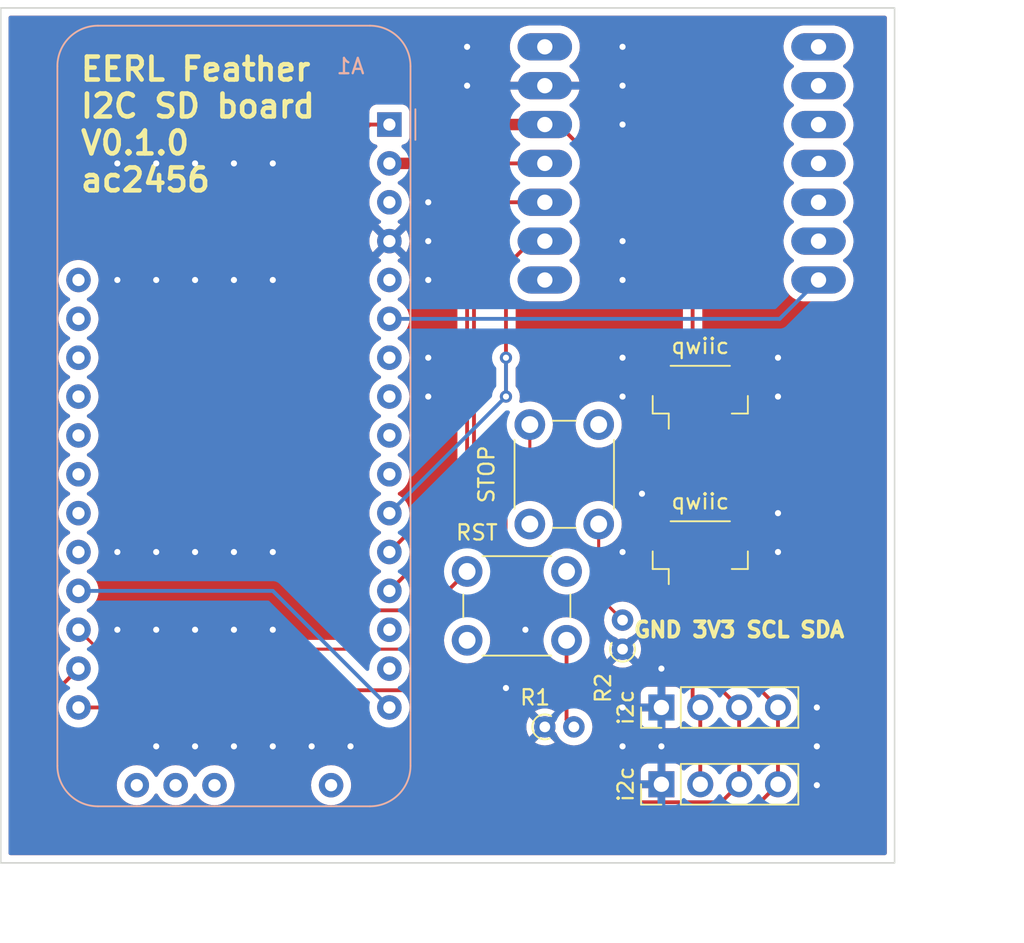
<source format=kicad_pcb>
(kicad_pcb (version 20211014) (generator pcbnew)
  (layers (0 "F.Cu" signal) (31 "B.Cu" signal) (34 "B.Paste" user) (35 "F.Paste" user) (36 "B.SilkS" user "B.Silkscreen") (37 "F.SilkS" user "F.Silkscreen") (38 "B.Mask" user) (39 "F.Mask" user) (44 "Edge.Cuts" user))
  (net 0 "")
  (net 1 "VDD5v")
  (net 2 "/VDD3v")
  (net 4 "/VSS")
  (net 6 "/CS")
  (net 11 "/SCK")
  (net 12 "/COPI")
  (net 13 "/CIPO")
  (net 16 "/jp6_1")
  (net 17 "/SDA")
  (net 18 "/SCL")
  (net 31 "RST")
  (net 32 "stop_button")
  (footprint "" (layer "F.Cu") (at 165.20795 68.58)
    (fp_text reference "" (at 0 0) (layer "F.SilkS") (effects (font (size 1.27 1.27))))
    (fp_text value "" (at 0 0) (layer "F.SilkS") (effects (font (size 1.27 1.27))))
    (pad "2C" thru_hole oval (at 0 0 180) (size 3.556 1.778) (drill 1) (layers F&B.Cu *.Mask))
  )
  (footprint "" (layer "F.Cu") (at 165.20795 76.2)
    (fp_text reference "" (at 0 0) (layer "F.SilkS") (effects (font (size 1.27 1.27))))
    (fp_text value "" (at 0 0) (layer "F.SilkS") (effects (font (size 1.27 1.27))))
    (pad "5C" thru_hole oval (at 0 0 180) (size 3.556 1.778) (drill 1) (layers F&B.Cu *.Mask))
  )
  (footprint "" (layer "F.Cu") (at 147.32 68.58)
    (fp_text reference "" (at 0 0) (layer "F.SilkS") (effects (font (size 1.27 1.27))))
    (fp_text value "" (at 0 0) (layer "F.SilkS") (effects (font (size 1.27 1.27))))
    (pad "6C" thru_hole oval (at 0 0) (size 3.556 1.778) (drill 1) (layers *.Cu *.Mask) (net 4 "/VSS"))
  )
  (footprint "" (layer "F.Cu") (at 165.20795 73.66)
    (fp_text reference "" (at 0 0) (layer "F.SilkS") (effects (font (size 1.27 1.27))))
    (fp_text value "" (at 0 0) (layer "F.SilkS") (effects (font (size 1.27 1.27))))
    (pad "4C" thru_hole oval (at 0 0 180) (size 3.556 1.778) (drill 1) (layers F&B.Cu *.Mask))
  )
  (footprint "" (layer "F.Cu") (at 147.32 73.66)
    (fp_text reference "" (at 0 0) (layer "F.SilkS") (effects (font (size 1.27 1.27))))
    (fp_text value "" (at 0 0) (layer "F.SilkS") (effects (font (size 1.27 1.27))))
    (pad "4C" thru_hole oval (at 0 0) (size 3.556 1.778) (drill 1) (layers *.Cu *.Mask) (net 12 "/COPI"))
  )
  (footprint "" (layer "F.Cu") (at 165.20795 81.28)
    (fp_text reference "" (at 0 0) (layer "F.SilkS") (effects (font (size 1.27 1.27))))
    (fp_text value "" (at 0 0) (layer "F.SilkS") (effects (font (size 1.27 1.27))))
    (pad "7C" thru_hole oval (at 0 0 180) (size 3.556 1.778) (drill 1) (layers *.Cu *.Mask) (net 6 "/CS"))
  )
  (footprint "" (layer "F.Cu") (at 147.32 71.12)
    (fp_text reference "" (at 0 0) (layer "F.SilkS") (effects (font (size 1.27 1.27))))
    (fp_text value "" (at 0 0) (layer "F.SilkS") (effects (font (size 1.27 1.27))))
    (pad "5C" thru_hole oval (at 0 0) (size 3.556 1.778) (drill 1) (layers *.Cu *.Mask) (net 2 "/VDD3v"))
  )
  (footprint "Connector_JST:JST_SH_BM04B-SRSS-TB_1x04-1MP_P1.00mm_Vertical" (layer "F.Cu") (at 157.48 99.06)
    (fp_text reference "qwiic" (at 0 -3.3) (layer "F.SilkS"))
    (fp_text value "JST_SH_BM04B-SRSS-TB_1x04-1MP_P1.00mm_Vertical")
    (fp_line (start -3.11 -0.04) (end -3.11 1.11) (layer "F.SilkS") (width 0.12))
    (fp_line (start 3.11 1.11) (end 2.06 1.11) (layer "F.SilkS") (width 0.12))
    (fp_line (start -1.94 -2.01) (end 1.94 -2.01) (layer "F.SilkS") (width 0.12))
    (fp_line (start 3.11 -0.04) (end 3.11 1.11) (layer "F.SilkS") (width 0.12))
    (fp_line (start -2.06 1.11) (end -2.06 2.1) (layer "F.SilkS") (width 0.12))
    (fp_line (start -3.11 1.11) (end -2.06 1.11) (layer "F.SilkS") (width 0.12))
    (pad "1" smd roundrect (at -1.5 1.325) (size 0.6 1.55) (layers "F.Cu" "F.Paste" "F.Mask") (net 4 "/VSS"))
    (pad "2" smd roundrect (at -0.5 1.325) (size 0.6 1.55) (layers "F.Cu" "F.Paste" "F.Mask") (net 2 "/VDD3v"))
    (pad "3" smd roundrect (at 0.5 1.325) (size 0.6 1.55) (layers "F.Cu" "F.Paste" "F.Mask") (net 17 "/SDA"))
    (pad "4" smd roundrect (at 1.5 1.325) (size 0.6 1.55) (layers "F.Cu" "F.Paste" "F.Mask") (net 18 "/SCL"))
    (pad "MP" smd roundrect (at -2.8 -1.2) (size 1.2 1.8) (layers "F.Cu" "F.Paste" "F.Mask") (roundrect_rratio 0.208333) (net 4 "/VSS"))
    (pad "MP" smd roundrect (at 2.8 -1.2) (size 1.2 1.8) (layers "F.Cu" "F.Paste" "F.Mask") (roundrect_rratio 0.208333) (net 4 "/VSS"))
  )
  (footprint "Button_Switch_THT:SW_PUSH_6mm" (layer "F.Cu") (at 146.34 97.23 90)
    (fp_text reference "STOP" (at 3.25 -2.83 90) (layer "F.SilkS"))
    (fp_text value "SW_PUSH_6mm")
    (fp_line (start 5.5 -1) (end 1 -1) (layer "F.SilkS") (width 0.12))
    (fp_line (start 6.75 3) (end 6.75 1.5) (layer "F.SilkS") (width 0.12))
    (fp_line (start -0.25 1.5) (end -0.25 3) (layer "F.SilkS") (width 0.12))
    (fp_line (start 1 5.5) (end 5.5 5.5) (layer "F.SilkS") (width 0.12))
    (pad "1" thru_hole circle (at 0 0 180) (size 2 2) (drill 1.1) (layers F&B.Cu *.Mask))
    (pad "1" thru_hole circle (at 6.5 0 180) (size 2 2) (drill 1.1) (layers *.Cu *.Mask) (net 32 "stop_button"))
    (pad "2" thru_hole circle (at 6.5 4.5 180) (size 2 2) (drill 1.1) (layers F&B.Cu *.Mask))
    (pad "2" thru_hole circle (at 0 4.5 180) (size 2 2) (drill 1.1) (layers F&B.Cu *.Mask))
  )
  (footprint "Button_Switch_THT:SW_PUSH_6mm" (layer "F.Cu") (at 142.24 100.33)
    (fp_text reference "RST" (at 0.635 -2.54) (layer "F.SilkS"))
    (fp_text value "SW_PUSH_6mm")
    (fp_line (start 5.5 -1) (end 1 -1) (layer "F.SilkS") (width 0.12))
    (fp_line (start 6.75 3) (end 6.75 1.5) (layer "F.SilkS") (width 0.12))
    (fp_line (start -0.25 1.5) (end -0.25 3) (layer "F.SilkS") (width 0.12))
    (fp_line (start 1 5.5) (end 5.5 5.5) (layer "F.SilkS") (width 0.12))
    (pad "1" thru_hole circle (at 0 0 90) (size 2 2) (drill 1.1) (layers *.Cu *.Mask) (net 31 "RST"))
    (pad "1" thru_hole circle (at 6.5 0 90) (size 2 2) (drill 1.1) (layers *.Cu *.Mask))
    (pad "2" thru_hole circle (at 6.5 4.5 90) (size 2 2) (drill 1.1) (layers *.Cu *.Mask))
    (pad "2" thru_hole circle (at 0 4.5 90) (size 2 2) (drill 1.1) (layers *.Cu *.Mask))
  )
  (footprint "Connector_PinHeader_2.54mm:PinHeader_1x04_P2.54mm_Vertical" (layer "F.Cu") (at 154.94 109.22 90)
    (fp_text reference "i2c" (at 0 -2.33 90) (layer "F.SilkS"))
    (fp_text value "PinHeader_1x04_P2.54mm_Vertical")
    (fp_line (start -1.33 1.27) (end -1.33 8.95) (layer "F.SilkS") (width 0.12))
    (fp_line (start 1.33 1.27) (end 1.33 8.95) (layer "F.SilkS") (width 0.12))
    (fp_line (start -1.33 1.27) (end 1.33 1.27) (layer "F.SilkS") (width 0.12))
    (fp_line (start -1.33 -1.33) (end 0 -1.33) (layer "F.SilkS") (width 0.12))
    (fp_line (start -1.33 8.95) (end 1.33 8.95) (layer "F.SilkS") (width 0.12))
    (fp_line (start -1.33 0) (end -1.33 -1.33) (layer "F.SilkS") (width 0.12))
    (pad "1" thru_hole rect (at 0 0 90) (size 1.7 1.7) (drill 1) (layers *.Cu *.Mask) (net 4 "/VSS"))
    (pad "2" thru_hole oval (at 0 2.54 90) (size 1.7 1.7) (drill 1) (layers *.Cu *.Mask) (net 2 "/VDD3v"))
    (pad "3" thru_hole oval (at 0 5.08 90) (size 1.7 1.7) (drill 1) (layers *.Cu *.Mask) (net 17 "/SDA"))
    (pad "4" thru_hole oval (at 0 7.62 90) (size 1.7 1.7) (drill 1) (layers *.Cu *.Mask) (net 18 "/SCL"))
  )
  (footprint "Connector_PinHeader_2.54mm:PinHeader_1x04_P2.54mm_Vertical" (layer "F.Cu") (at 154.94 114.24 90)
    (fp_text reference "i2c" (at 0 -2.33 90) (layer "F.SilkS"))
    (fp_text value "PinHeader_1x04_P2.54mm_Vertical")
    (fp_line (start -1.33 0) (end -1.33 -1.33) (layer "F.SilkS") (width 0.12))
    (fp_line (start -1.33 8.95) (end 1.33 8.95) (layer "F.SilkS") (width 0.12))
    (fp_line (start -1.33 1.27) (end -1.33 8.95) (layer "F.SilkS") (width 0.12))
    (fp_line (start 1.33 1.27) (end 1.33 8.95) (layer "F.SilkS") (width 0.12))
    (fp_line (start -1.33 -1.33) (end 0 -1.33) (layer "F.SilkS") (width 0.12))
    (fp_line (start -1.33 1.27) (end 1.33 1.27) (layer "F.SilkS") (width 0.12))
    (pad "1" thru_hole rect (at 0 0 90) (size 1.7 1.7) (drill 1) (layers *.Cu *.Mask) (net 4 "/VSS"))
    (pad "2" thru_hole oval (at 0 2.54 90) (size 1.7 1.7) (drill 1) (layers *.Cu *.Mask) (net 2 "/VDD3v"))
    (pad "3" thru_hole oval (at 0 5.08 90) (size 1.7 1.7) (drill 1) (layers *.Cu *.Mask) (net 17 "/SDA"))
    (pad "4" thru_hole oval (at 0 7.62 90) (size 1.7 1.7) (drill 1) (layers *.Cu *.Mask) (net 18 "/SCL"))
  )
  (footprint "" (layer "F.Cu") (at 147.32 66.04)
    (fp_text reference "" (at 0 0) (layer "F.SilkS") (effects (font (size 1.27 1.27))))
    (fp_text value "" (at 0 0) (layer "F.SilkS") (effects (font (size 1.27 1.27))))
    (pad "7C" thru_hole oval (at 0 0) (size 3.556 1.778) (drill 1) (layers *.Cu *.Mask) (net 1 "VDD5v"))
  )
  (footprint "" (layer "F.Cu") (at 147.32 81.28)
    (fp_text reference "" (at 0 0) (layer "F.SilkS") (effects (font (size 1.27 1.27))))
    (fp_text value "" (at 0 0) (layer "F.SilkS") (effects (font (size 1.27 1.27))))
    (pad "1C" thru_hole oval (at 0 0) (size 3.556 1.778) (drill 1) (layers F&B.Cu *.Mask))
  )
  (footprint "Connector_JST:JST_SH_BM04B-SRSS-TB_1x04-1MP_P1.00mm_Vertical" (layer "F.Cu") (at 157.48 88.9)
    (fp_text reference "qwiic" (at 0 -3.3) (layer "F.SilkS"))
    (fp_text value "JST_SH_BM04B-SRSS-TB_1x04-1MP_P1.00mm_Vertical")
    (fp_line (start -1.94 -2.01) (end 1.94 -2.01) (layer "F.SilkS") (width 0.12))
    (fp_line (start -3.11 -0.04) (end -3.11 1.11) (layer "F.SilkS") (width 0.12))
    (fp_line (start 3.11 -0.04) (end 3.11 1.11) (layer "F.SilkS") (width 0.12))
    (fp_line (start -2.06 1.11) (end -2.06 2.1) (layer "F.SilkS") (width 0.12))
    (fp_line (start 3.11 1.11) (end 2.06 1.11) (layer "F.SilkS") (width 0.12))
    (fp_line (start -3.11 1.11) (end -2.06 1.11) (layer "F.SilkS") (width 0.12))
    (pad "1" smd roundrect (at -1.5 1.325) (size 0.6 1.55) (layers "F.Cu" "F.Paste" "F.Mask") (net 4 "/VSS"))
    (pad "2" smd roundrect (at -0.5 1.325) (size 0.6 1.55) (layers "F.Cu" "F.Paste" "F.Mask") (net 2 "/VDD3v"))
    (pad "3" smd roundrect (at 0.5 1.325) (size 0.6 1.55) (layers "F.Cu" "F.Paste" "F.Mask") (net 17 "/SDA"))
    (pad "4" smd roundrect (at 1.5 1.325) (size 0.6 1.55) (layers "F.Cu" "F.Paste" "F.Mask") (net 18 "/SCL"))
    (pad "MP" smd roundrect (at 2.8 -1.2) (size 1.2 1.8) (layers "F.Cu" "F.Paste" "F.Mask") (roundrect_rratio 0.208333) (net 4 "/VSS"))
    (pad "MP" smd roundrect (at -2.8 -1.2) (size 1.2 1.8) (layers "F.Cu" "F.Paste" "F.Mask") (roundrect_rratio 0.208333) (net 4 "/VSS"))
  )
  (footprint "Resistor_THT:R_Axial_DIN0204_L3.6mm_D1.6mm_P1.90mm_Vertical" (layer "F.Cu") (at 147.32 110.49)
    (fp_text reference "R1" (at -0.635 -1.92) (layer "F.SilkS"))
    (fp_text value "R_Axial_DIN0204_L3.6mm_D1.6mm_P1.90mm_Vertical")
    (fp_arc (start 0.320095 0.749359) (mid -0.813042 -0.054435) (end 0.417133 -0.7) (layer "F.SilkS") (width 0.12))
    (pad "1" thru_hole circle (at 0 0) (size 1.4 1.4) (drill 0.7) (layers *.Cu *.Mask) (net 4 "/VSS"))
    (pad "2" thru_hole oval (at 1.9 0) (size 1.4 1.4) (drill 0.7) (layers *.Cu *.Mask))
  )
  (footprint "" (layer "F.Cu") (at 165.20795 66.04)
    (fp_text reference "" (at 0 0) (layer "F.SilkS") (effects (font (size 1.27 1.27))))
    (fp_text value "" (at 0 0) (layer "F.SilkS") (effects (font (size 1.27 1.27))))
    (pad "1C" thru_hole oval (at 0 0 180) (size 3.556 1.778) (drill 1) (layers F&B.Cu *.Mask))
  )
  (footprint "" (layer "F.Cu") (at 165.20795 78.74)
    (fp_text reference "" (at 0 0) (layer "F.SilkS") (effects (font (size 1.27 1.27))))
    (fp_text value "" (at 0 0) (layer "F.SilkS") (effects (font (size 1.27 1.27))))
    (pad "6C" thru_hole oval (at 0 0 180) (size 3.556 1.778) (drill 1) (layers F&B.Cu *.Mask))
  )
  (footprint "" (layer "F.Cu") (at 147.32 76.2)
    (fp_text reference "" (at 0 0) (layer "F.SilkS") (effects (font (size 1.27 1.27))))
    (fp_text value "" (at 0 0) (layer "F.SilkS") (effects (font (size 1.27 1.27))))
    (pad "3C" thru_hole oval (at 0 0) (size 3.556 1.778) (drill 1) (layers *.Cu *.Mask) (net 13 "/CIPO"))
  )
  (footprint "Resistor_THT:R_Axial_DIN0204_L3.6mm_D1.6mm_P1.90mm_Vertical" (layer "F.Cu") (at 152.4 105.41 90)
    (fp_text reference "R2" (at -2.54 -1.27 90) (layer "F.SilkS"))
    (fp_text value "R_Axial_DIN0204_L3.6mm_D1.6mm_P1.90mm_Vertical")
    (fp_arc (start 0.320095 0.749359) (mid -0.813042 -0.054435) (end 0.417133 -0.7) (layer "F.SilkS") (width 0.12))
    (pad "1" thru_hole circle (at 0 0 90) (size 1.4 1.4) (drill 0.7) (layers *.Cu *.Mask) (net 4 "/VSS"))
    (pad "2" thru_hole oval (at 1.9 0 90) (size 1.4 1.4) (drill 0.7) (layers F&B.Cu *.Mask))
  )
  (footprint "" (layer "F.Cu") (at 165.20795 71.12)
    (fp_text reference "" (at 0 0) (layer "F.SilkS") (effects (font (size 1.27 1.27))))
    (fp_text value "" (at 0 0) (layer "F.SilkS") (effects (font (size 1.27 1.27))))
    (pad "3C" thru_hole oval (at 0 0 180) (size 3.556 1.778) (drill 1) (layers F&B.Cu *.Mask))
  )
  (footprint "" (layer "F.Cu") (at 147.32 78.74)
    (fp_text reference "" (at 0 0) (layer "F.SilkS") (effects (font (size 1.27 1.27))))
    (fp_text value "" (at 0 0) (layer "F.SilkS") (effects (font (size 1.27 1.27))))
    (pad "2C" thru_hole oval (at 0 0) (size 3.556 1.778) (drill 1) (layers *.Cu *.Mask) (net 11 "/SCK"))
  )
  (footprint "Module:Adafruit_Feather_M0_RFM" (layer "B.Cu") (at 137.16 71.12 180)
    (fp_text reference "A1" (at 2.54 3.81) (layer "B.SilkS") (effects (justify mirror)))
    (fp_text value "Adafruit_Feather_M0_RFM9x_LoRa_Radio")
    (fp_line (start 19.05 6.46) (end 1.27 6.46) (layer "B.SilkS") (width 0.12))
    (fp_line (start 19.05 -44.56) (end 1.27 -44.56) (layer "B.SilkS") (width 0.12))
    (fp_line (start 21.7 3.81) (end 21.7 -41.91) (layer "B.SilkS") (width 0.12))
    (fp_line (start -1.7 -1) (end -1.7 1) (layer "B.SilkS") (width 0.12))
    (fp_line (start -1.38 3.81) (end -1.38 -41.91) (layer "B.SilkS") (width 0.12))
    (fp_arc (start -1.38 -41.91) (mid -0.603833 -43.783833) (end 1.27 -44.56) (layer "B.SilkS") (width 0.12))
    (fp_arc (start 1.27 6.46) (mid -0.603833 5.683833) (end -1.38 3.81) (layer "B.SilkS") (width 0.12))
    (fp_arc (start 21.7 3.81) (mid 20.923833 5.683833) (end 19.05 6.46) (layer "B.SilkS") (width 0.12))
    (fp_arc (start 19.05 -44.56) (mid 20.923833 -43.783833) (end 21.7 -41.91) (layer "B.SilkS") (width 0.12))
    (pad "1" thru_hole rect (at 0 0) (size 1.6 1.6) (drill 0.8) (layers *.Cu *.Mask) (net 31 "RST"))
    (pad "2" thru_hole circle (at 0 -2.54) (size 1.6 1.6) (drill 0.8) (layers *.Cu *.Mask) (net 2 "/VDD3v"))
    (pad "3" thru_hole circle (at 0 -5.08) (size 1.6 1.6) (drill 0.8) (layers *.Cu *.Mask))
    (pad "4" thru_hole circle (at 0 -7.62) (size 1.6 1.6) (drill 0.8) (layers *.Cu *.Mask) (net 4 "/VSS"))
    (pad "5" thru_hole circle (at 0 -10.16) (size 1.6 1.6) (drill 0.8) (layers *.Cu *.Mask))
    (pad "6" thru_hole circle (at 0 -12.7) (size 1.6 1.6) (drill 0.8) (layers *.Cu *.Mask) (net 6 "/CS"))
    (pad "7" thru_hole circle (at 0 -15.24) (size 1.6 1.6) (drill 0.8) (layers *.Cu *.Mask))
    (pad "8" thru_hole circle (at 0 -17.78) (size 1.6 1.6) (drill 0.8) (layers *.Cu *.Mask))
    (pad "9" thru_hole circle (at 0 -20.32) (size 1.6 1.6) (drill 0.8) (layers *.Cu *.Mask))
    (pad "10" thru_hole circle (at 0 -22.86) (size 1.6 1.6) (drill 0.8) (layers *.Cu *.Mask))
    (pad "11" thru_hole circle (at 0 -25.4) (size 1.6 1.6) (drill 0.8) (layers *.Cu *.Mask) (net 11 "/SCK"))
    (pad "12" thru_hole circle (at 0 -27.94) (size 1.6 1.6) (drill 0.8) (layers *.Cu *.Mask) (net 12 "/COPI"))
    (pad "13" thru_hole circle (at 0 -30.48) (size 1.6 1.6) (drill 0.8) (layers *.Cu *.Mask) (net 13 "/CIPO"))
    (pad "14" thru_hole circle (at 0 -33.02) (size 1.6 1.6) (drill 0.8) (layers *.Cu *.Mask))
    (pad "15" thru_hole circle (at 0 -35.56) (size 1.6 1.6) (drill 0.8) (layers *.Cu *.Mask))
    (pad "16" thru_hole circle (at 0 -38.1) (size 1.6 1.6) (drill 0.8) (layers *.Cu *.Mask) (net 16 "/jp6_1"))
    (pad "17" thru_hole circle (at 20.32 -38.1) (size 1.6 1.6) (drill 0.8) (layers *.Cu *.Mask) (net 17 "/SDA"))
    (pad "18" thru_hole circle (at 20.32 -35.56) (size 1.6 1.6) (drill 0.8) (layers *.Cu *.Mask) (net 18 "/SCL"))
    (pad "19" thru_hole circle (at 20.32 -33.02) (size 1.6 1.6) (drill 0.8) (layers *.Cu *.Mask) (net 32 "stop_button"))
    (pad "20" thru_hole circle (at 20.32 -30.48) (size 1.6 1.6) (drill 0.8) (layers *.Cu *.Mask) (net 16 "/jp6_1"))
    (pad "21" thru_hole circle (at 20.32 -27.94) (size 1.6 1.6) (drill 0.8) (layers *.Cu *.Mask))
    (pad "22" thru_hole circle (at 20.32 -25.4) (size 1.6 1.6) (drill 0.8) (layers *.Cu *.Mask))
    (pad "23" thru_hole circle (at 20.32 -22.86) (size 1.6 1.6) (drill 0.8) (layers *.Cu *.Mask))
    (pad "24" thru_hole circle (at 20.32 -20.32) (size 1.6 1.6) (drill 0.8) (layers *.Cu *.Mask))
    (pad "25" thru_hole circle (at 20.32 -17.78) (size 1.6 1.6) (drill 0.8) (layers *.Cu *.Mask))
    (pad "26" thru_hole circle (at 20.32 -15.24) (size 1.6 1.6) (drill 0.8) (layers *.Cu *.Mask))
    (pad "27" thru_hole circle (at 20.32 -12.7) (size 1.6 1.6) (drill 0.8) (layers *.Cu *.Mask))
    (pad "28" thru_hole circle (at 20.32 -10.16) (size 1.6 1.6) (drill 0.8) (layers *.Cu *.Mask))
    (pad "29" thru_hole circle (at 3.81 -43.18) (size 1.6 1.6) (drill 0.8) (layers *.Cu *.Mask))
    (pad "30" thru_hole circle (at 11.43 -43.18) (size 1.6 1.6) (drill 0.8) (layers *.Cu *.Mask))
    (pad "31" thru_hole circle (at 13.97 -43.18) (size 1.6 1.6) (drill 0.8) (layers *.Cu *.Mask))
    (pad "32" thru_hole circle (at 16.51 -43.18) (size 1.6 1.6) (drill 0.8) (layers *.Cu *.Mask))
  )
  (gr_rect (start 111.76 63.5) (end 170.18 119.38) (layer "Edge.Cuts") (width 0.1) (fill none))
  (gr_text "EERL Feather\nI2C SD board \nV0.1.0\nac2456\n" (at 116.84 71.12) (layer "F.SilkS") (effects (font (size 1.5 1.5) (thickness 0.3)) (justify left)))
  (gr_text "GND 3V3 SCL SDA" (at 160.02 104.14) (layer "F.SilkS") (effects (font (size 1 1) (thickness 0.25))))
  (segment (start 148.74 110.01) (end 149.22 110.49) (width 0.25) (layer "F.Cu") (net 0))
  (segment (start 148.74 104.83) (end 148.74 110.01) (width 0.25) (layer "F.Cu") (net 0))
  (segment (start 150.84 101.95) (end 152.4 103.51) (width 0.2) (layer "F.Cu") (net 0))
  (segment (start 150.84 97.23) (end 150.84 101.95) (width 0.2) (layer "F.Cu") (net 0))
  (segment (start 156.98 100.385) (end 156.98 108.72) (width 0.25) (layer "F.Cu") (net 2))
  (segment (start 156.98 90.225) (end 156.98 100.385) (width 0.25) (layer "F.Cu") (net 2))
  (segment (start 156.98 90.225) (end 156.98 79.891) (width 0.25) (layer "F.Cu") (net 2))
  (segment (start 156.98 108.72) (end 157.48 109.22) (width 0.25) (layer "F.Cu") (net 2))
  (segment (start 156.98 79.891) (end 148.209 71.12) (width 0.25) (layer "F.Cu") (net 2))
  (segment (start 157.48 109.22) (end 157.48 114.24) (width 0.25) (layer "F.Cu") (net 2))
  (segment (start 142.24 71.12) (end 147.32 71.12) (width 0.75) (layer "F.Cu") (net 2))
  (segment (start 137.16 73.66) (end 139.7 73.66) (width 0.75) (layer "F.Cu") (net 2))
  (segment (start 148.209 71.12) (end 147.32 71.12) (width 0.25) (layer "F.Cu") (net 2))
  (segment (start 139.7 73.66) (end 142.24 71.12) (width 0.75) (layer "F.Cu") (net 2))
  (via (at 144.78 107.95) (size 0.8) (drill 0.4) (layers "F.Cu" "B.Cu") (net 4))
  (via (at 146.05 104.14) (size 0.8) (drill 0.4) (layers "F.Cu" "B.Cu") (net 4))
  (via (at 132.08 111.76) (size 0.8) (drill 0.4) (layers "F.Cu" "B.Cu") (net 4))
  (via (at 129.54 99.06) (size 0.8) (drill 0.4) (layers "F.Cu" "B.Cu") (net 4))
  (via (at 165.1 111.76) (size 0.8) (drill 0.4) (layers "F.Cu" "B.Cu") (net 4))
  (via (at 139.7 88.9) (size 0.8) (drill 0.4) (layers "F.Cu" "B.Cu") (net 4))
  (via (at 142.24 66.04) (size 0.8) (drill 0.4) (layers "F.Cu" "B.Cu") (net 4))
  (via (at 154.94 106.68) (size 0.8) (drill 0.4) (layers "F.Cu" "B.Cu") (net 4))
  (via (at 129.54 104.14) (size 0.8) (drill 0.4) (layers "F.Cu" "B.Cu") (net 4))
  (via (at 142.24 68.58) (size 0.8) (drill 0.4) (layers "F.Cu" "B.Cu") (net 4))
  (via (at 162.56 99.06) (size 0.8) (drill 0.4) (layers "F.Cu" "B.Cu") (net 4))
  (via (at 152.4 111.76) (size 0.8) (drill 0.4) (layers "F.Cu" "B.Cu") (net 4))
  (via (at 124.46 99.06) (size 0.8) (drill 0.4) (layers "F.Cu" "B.Cu") (net 4))
  (via (at 127 104.14) (size 0.8) (drill 0.4) (layers "F.Cu" "B.Cu") (net 4))
  (via (at 124.46 73.66) (size 0.8) (drill 0.4) (layers "F.Cu" "B.Cu") (net 4))
  (via (at 139.7 78.74) (size 0.8) (drill 0.4) (layers "F.Cu" "B.Cu") (net 4))
  (via (at 121.92 99.06) (size 0.8) (drill 0.4) (layers "F.Cu" "B.Cu") (net 4))
  (via (at 127 81.28) (size 0.8) (drill 0.4) (layers "F.Cu" "B.Cu") (net 4))
  (via (at 129.54 81.28) (size 0.8) (drill 0.4) (layers "F.Cu" "B.Cu") (net 4))
  (via (at 127 111.76) (size 0.8) (drill 0.4) (layers "F.Cu" "B.Cu") (net 4))
  (via (at 119.38 81.28) (size 0.8) (drill 0.4) (layers "F.Cu" "B.Cu") (net 4))
  (via (at 152.4 86.36) (size 0.8) (drill 0.4) (layers "F.Cu" "B.Cu") (net 4))
  (via (at 152.4 71.12) (size 0.8) (drill 0.4) (layers "F.Cu" "B.Cu") (net 4))
  (via (at 165.1 109.22) (size 0.8) (drill 0.4) (layers "F.Cu" "B.Cu") (net 4))
  (via (at 162.56 88.9) (size 0.8) (drill 0.4) (layers "F.Cu" "B.Cu") (net 4))
  (via (at 162.56 96.52) (size 0.8) (drill 0.4) (layers "F.Cu" "B.Cu") (net 4))
  (via (at 139.7 76.2) (size 0.8) (drill 0.4) (layers "F.Cu" "B.Cu") (net 4))
  (via (at 127 99.06) (size 0.8) (drill 0.4) (layers "F.Cu" "B.Cu") (net 4))
  (via (at 152.4 81.28) (size 0.8) (drill 0.4) (layers "F.Cu" "B.Cu") (net 4))
  (via (at 121.92 104.14) (size 0.8) (drill 0.4) (layers "F.Cu" "B.Cu") (net 4))
  (via (at 121.92 111.76) (size 0.8) (drill 0.4) (layers "F.Cu" "B.Cu") (net 4))
  (via (at 121.92 73.66) (size 0.8) (drill 0.4) (layers "F.Cu" "B.Cu") (net 4))
  (via (at 152.4 99.06) (size 0.8) (drill 0.4) (layers "F.Cu" "B.Cu") (net 4))
  (via (at 152.4 78.74) (size 0.8) (drill 0.4) (layers "F.Cu" "B.Cu") (net 4))
  (via (at 139.7 81.28) (size 0.8) (drill 0.4) (layers "F.Cu" "B.Cu") (net 4))
  (via (at 124.46 81.28) (size 0.8) (drill 0.4) (layers "F.Cu" "B.Cu") (net 4))
  (via (at 119.38 99.06) (size 0.8) (drill 0.4) (layers "F.Cu" "B.Cu") (net 4))
  (via (at 165.1 114.3) (size 0.8) (drill 0.4) (layers "F.Cu" "B.Cu") (net 4))
  (via (at 134.62 111.76) (size 0.8) (drill 0.4) (layers "F.Cu" "B.Cu") (net 4))
  (via (at 152.4 88.9) (size 0.8) (drill 0.4) (layers "F.Cu" "B.Cu") (net 4))
  (via (at 119.38 73.66) (size 0.8) (drill 0.4) (layers "F.Cu" "B.Cu") (net 4))
  (via (at 152.4 66.04) (size 0.8) (drill 0.4) (layers "F.Cu" "B.Cu") (net 4))
  (via (at 129.54 111.76) (size 0.8) (drill 0.4) (layers "F.Cu" "B.Cu") (net 4))
  (via (at 129.54 73.66) (size 0.8) (drill 0.4) (layers "F.Cu" "B.Cu") (net 4))
  (via (at 153.67 95.25) (size 0.8) (drill 0.4) (layers "F.Cu" "B.Cu") (net 4))
  (via (at 139.7 86.36) (size 0.8) (drill 0.4) (layers "F.Cu" "B.Cu") (net 4))
  (via (at 124.46 111.76) (size 0.8) (drill 0.4) (layers "F.Cu" "B.Cu") (net 4))
  (via (at 162.56 86.36) (size 0.8) (drill 0.4) (layers "F.Cu" "B.Cu") (net 4))
  (via (at 124.46 104.14) (size 0.8) (drill 0.4) (layers "F.Cu" "B.Cu") (net 4))
  (via (at 121.92 81.28) (size 0.8) (drill 0.4) (layers "F.Cu" "B.Cu") (net 4))
  (via (at 152.4 109.22) (size 0.8) (drill 0.4) (layers "F.Cu" "B.Cu") (net 4))
  (via (at 154.94 111.76) (size 0.8) (drill 0.4) (layers "F.Cu" "B.Cu") (net 4))
  (via (at 119.38 104.14) (size 0.8) (drill 0.4) (layers "F.Cu" "B.Cu") (net 4))
  (via (at 127 73.66) (size 0.8) (drill 0.4) (layers "F.Cu" "B.Cu") (net 4))
  (via (at 152.4 68.58) (size 0.8) (drill 0.4) (layers "F.Cu" "B.Cu") (net 4))
  (segment (start 162.66795 83.82) (end 165.20795 81.28) (width 0.25) (layer "B.Cu") (net 6))
  (segment (start 137.16 83.82) (end 162.66795 83.82) (width 0.25) (layer "B.Cu") (net 6))
  (segment (start 146.431 78.74) (end 144.78 80.391) (width 0.25) (layer "F.Cu") (net 11))
  (segment (start 144.78 80.391) (end 144.78 86.36) (width 0.25) (layer "F.Cu") (net 11))
  (segment (start 144.78 86.36) (end 144.78 88.9) (width 0.25) (layer "F.Cu") (net 11))
  (segment (start 147.32 78.74) (end 146.431 78.74) (width 0.25) (layer "F.Cu") (net 11))
  (via (at 144.78 86.36) (size 0.8) (drill 0.4) (layers "F.Cu" "B.Cu") (net 11))
  (via (at 144.78 88.9) (size 0.8) (drill 0.4) (layers "F.Cu" "B.Cu") (net 11))
  (segment (start 137.16 96.52) (end 144.78 88.9) (width 0.25) (layer "B.Cu") (net 11))
  (segment (start 144.78 88.9) (end 144.78 86.36) (width 0.25) (layer "B.Cu") (net 11))
  (segment (start 147.32 73.66) (end 144.78 73.66) (width 0.25) (layer "F.Cu") (net 12))
  (segment (start 142.24 76.2) (end 142.24 93.98) (width 0.25) (layer "F.Cu") (net 12))
  (segment (start 142.24 93.98) (end 137.16 99.06) (width 0.25) (layer "F.Cu") (net 12))
  (segment (start 144.78 73.66) (end 142.24 76.2) (width 0.25) (layer "F.Cu") (net 12))
  (segment (start 147.32 76.2) (end 144.78 76.2) (width 0.25) (layer "F.Cu") (net 13))
  (segment (start 144.78 76.2) (end 142.69 78.29) (width 0.25) (layer "F.Cu") (net 13))
  (segment (start 142.69 96.07) (end 137.16 101.6) (width 0.25) (layer "F.Cu") (net 13))
  (segment (start 142.69 78.29) (end 142.69 78.74) (width 0.25) (layer "F.Cu") (net 13))
  (segment (start 142.69 78.74) (end 142.69 96.07) (width 0.25) (layer "F.Cu") (net 13))
  (segment (start 129.54 101.6) (end 137.16 109.22) (width 0.25) (layer "B.Cu") (net 16))
  (segment (start 116.84 101.6) (end 129.54 101.6) (width 0.25) (layer "B.Cu") (net 16))
  (segment (start 157.98 100.385) (end 157.98 107.18) (width 0.25) (layer "F.Cu") (net 17))
  (segment (start 141.115 108.095) (end 120.795 108.095) (width 0.25) (layer "F.Cu") (net 17))
  (segment (start 119.67 109.22) (end 116.84 109.22) (width 0.25) (layer "F.Cu") (net 17))
  (segment (start 157.98 90.225) (end 157.98 100.385) (width 0.25) (layer "F.Cu") (net 17))
  (segment (start 148.435 115.415) (end 141.115 108.095) (width 0.25) (layer "F.Cu") (net 17))
  (segment (start 158.845 115.415) (end 148.435 115.415) (width 0.25) (layer "F.Cu") (net 17))
  (segment (start 160.02 114.24) (end 158.845 115.415) (width 0.25) (layer "F.Cu") (net 17))
  (segment (start 157.98 107.18) (end 160.02 109.22) (width 0.25) (layer "F.Cu") (net 17))
  (segment (start 160.02 109.22) (end 160.02 114.24) (width 0.25) (layer "F.Cu") (net 17))
  (segment (start 120.795 108.095) (end 119.67 109.22) (width 0.25) (layer "F.Cu") (net 17))
  (segment (start 121.92 109.22) (end 119.38 111.76) (width 0.25) (layer "F.Cu") (net 18))
  (segment (start 142.24 116.84) (end 134.62 109.22) (width 0.25) (layer "F.Cu") (net 18))
  (segment (start 114.3 110.49) (end 114.3 109.22) (width 0.25) (layer "F.Cu") (net 18))
  (segment (start 158.98 100.385) (end 160.02 101.425) (width 0.25) (layer "F.Cu") (net 18))
  (segment (start 158.98 90.225) (end 158.98 100.385) (width 0.25) (layer "F.Cu") (net 18))
  (segment (start 159.96 116.84) (end 142.24 116.84) (width 0.25) (layer "F.Cu") (net 18))
  (segment (start 115.57 111.76) (end 114.3 110.49) (width 0.25) (layer "F.Cu") (net 18))
  (segment (start 160.02 106.68) (end 162.56 109.22) (width 0.25) (layer "F.Cu") (net 18))
  (segment (start 114.3 109.22) (end 116.84 106.68) (width 0.25) (layer "F.Cu") (net 18))
  (segment (start 119.38 111.76) (end 115.57 111.76) (width 0.25) (layer "F.Cu") (net 18))
  (segment (start 134.62 109.22) (end 121.92 109.22) (width 0.25) (layer "F.Cu") (net 18))
  (segment (start 162.56 109.22) (end 162.56 114.24) (width 0.25) (layer "F.Cu") (net 18))
  (segment (start 160.02 101.425) (end 160.02 106.68) (width 0.25) (layer "F.Cu") (net 18))
  (segment (start 162.56 114.24) (end 159.96 116.84) (width 0.25) (layer "F.Cu") (net 18))
  (segment (start 134.62 101.6) (end 134.62 72.39) (width 0.25) (layer "F.Cu") (net 31))
  (segment (start 134.62 72.39) (end 135.89 71.12) (width 0.25) (layer "F.Cu") (net 31))
  (segment (start 135.89 71.12) (end 137.16 71.12) (width 0.25) (layer "F.Cu") (net 31))
  (segment (start 135.89 102.87) (end 134.62 101.6) (width 0.25) (layer "F.Cu") (net 31))
  (segment (start 139.7 102.87) (end 135.89 102.87) (width 0.25) (layer "F.Cu") (net 31))
  (segment (start 142.24 100.33) (end 139.7 102.87) (width 0.25) (layer "F.Cu") (net 31))
  (segment (start 146.34 93.69) (end 144.78 95.25) (width 0.2) (layer "F.Cu") (net 32))
  (segment (start 140.97 102.87) (end 138.43 105.41) (width 0.2) (layer "F.Cu") (net 32))
  (segment (start 144.78 101.6) (end 143.51 102.87) (width 0.2) (layer "F.Cu") (net 32))
  (segment (start 146.34 90.73) (end 146.34 93.69) (width 0.2) (layer "F.Cu") (net 32))
  (segment (start 143.51 102.87) (end 140.97 102.87) (width 0.2) (layer "F.Cu") (net 32))
  (segment (start 138.43 105.41) (end 118.11 105.41) (width 0.2) (layer "F.Cu") (net 32))
  (segment (start 118.11 105.41) (end 116.84 104.14) (width 0.2) (layer "F.Cu") (net 32))
  (segment (start 144.78 95.25) (end 144.78 101.6) (width 0.2) (layer "F.Cu") (net 32))
  (zone (net 4) (net_name "/VSS") (layer "F.Cu") (connect_pads thru_hole_only (clearance 0.508)) (min_thickness 0.254) (fill yes (thermal_gap 0.508) (thermal_bridge_width 0.508))
    (polygon (pts (xy 170.18 119.38) (xy 111.76 119.38) (xy 111.76 63.5) (xy 170.18 63.5)))
  )
  (zone (net 4) (net_name "/VSS") (layer "B.Cu") (connect_pads thru_hole_only (clearance 0.508)) (min_thickness 0.254) (fill yes (thermal_gap 0.508) (thermal_bridge_width 0.508))
    (polygon (pts (xy 170.18 119.38) (xy 111.76 119.38) (xy 111.76 63.5) (xy 170.18 63.5)))
  )
)
</source>
